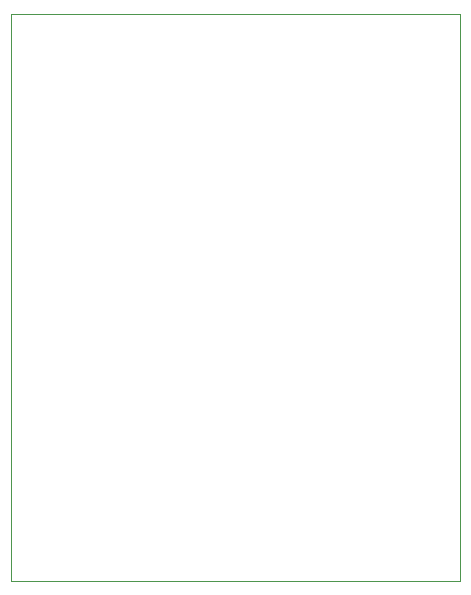
<source format=gbr>
%TF.GenerationSoftware,KiCad,Pcbnew,8.0.8-8.0.8-0~ubuntu24.04.1*%
%TF.CreationDate,2025-02-06T17:28:45+09:00*%
%TF.ProjectId,STM32-FC,53544d33-322d-4464-932e-6b696361645f,rev?*%
%TF.SameCoordinates,Original*%
%TF.FileFunction,Profile,NP*%
%FSLAX46Y46*%
G04 Gerber Fmt 4.6, Leading zero omitted, Abs format (unit mm)*
G04 Created by KiCad (PCBNEW 8.0.8-8.0.8-0~ubuntu24.04.1) date 2025-02-06 17:28:45*
%MOMM*%
%LPD*%
G01*
G04 APERTURE LIST*
%TA.AperFunction,Profile*%
%ADD10C,0.010000*%
%TD*%
G04 APERTURE END LIST*
D10*
X120000000Y-70000000D02*
X158000000Y-70000000D01*
X158000000Y-118000000D01*
X120000000Y-118000000D01*
X120000000Y-70000000D01*
M02*

</source>
